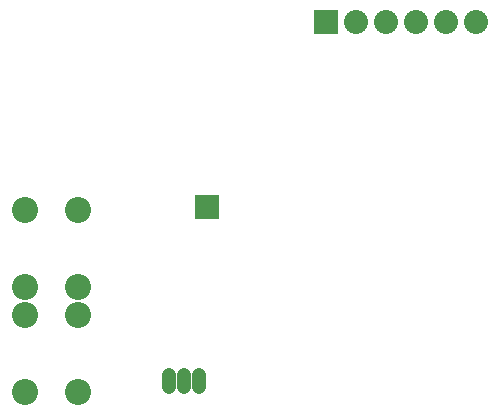
<source format=gbs>
G04 Layer: BottomSolderMaskLayer*
G04 EasyEDA v5.9.42, Mon, 25 Mar 2019 00:53:44 GMT*
G04 6dd78dc2daa24722afde4913ee835c01*
G04 Gerber Generator version 0.2*
G04 Scale: 100 percent, Rotated: No, Reflected: No *
G04 Dimensions in inches *
G04 leading zeros omitted , absolute positions ,2 integer and 4 decimal *
%FSLAX24Y24*%
%MOIN*%
G90*
G70D02*

%ADD28C,0.047370*%
%ADD29C,0.086740*%
%ADD30C,0.080000*%
%ADD31R,0.080000X0.080000*%

%LPD*%
G54D28*
G01X7810Y1903D02*
G01X7810Y2296D01*
G01X7310Y1903D02*
G01X7310Y2296D01*
G01X6810Y1903D02*
G01X6810Y2296D01*
G54D29*
G01X3785Y5220D03*
G01X3785Y7779D03*
G01X2014Y7779D03*
G01X2014Y5220D03*
G01X3785Y1720D03*
G01X3785Y4279D03*
G01X2014Y4279D03*
G01X2014Y1720D03*
G54D30*
G01X17039Y14069D03*
G01X16039Y14069D03*
G01X15039Y14069D03*
G01X14039Y14069D03*
G01X13039Y14069D03*
G54D31*
G01X12039Y14069D03*
G01X8069Y7890D03*
M00*
M02*

</source>
